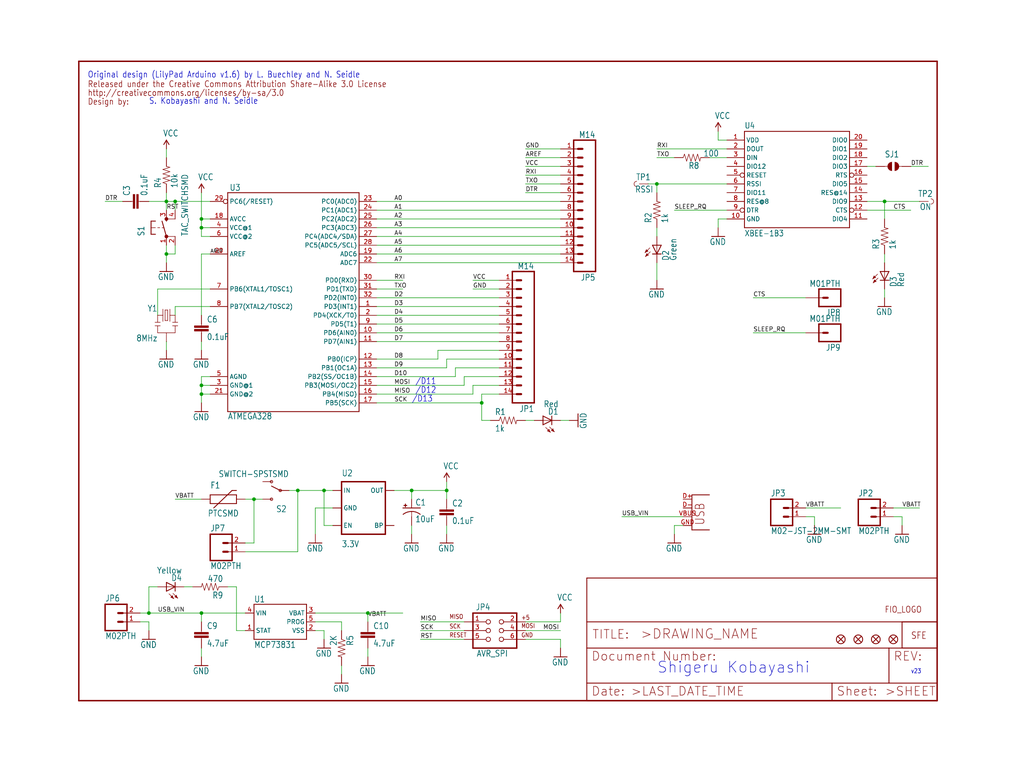
<source format=kicad_sch>
(kicad_sch (version 20211123) (generator eeschema)
  (paper "User" 297.002 223.926)
  (lib_symbols
    (symbol "eagleSchem-eagle-import:ATMEGA168"
      (property "Reference" "U" (at -17.78 -38.1 0))
      (property "Value" "ATMEGA168" (at -17.78 28.448 0))
      (symbol "ATMEGA168_1_0"
        (pin bidirectional line (at 25.4 -5.08 180) (length 5.08) (name "PD3(INT1)") (number "1"))
        (pin bidirectional line (at 25.4 -12.7 180) (length 5.08) (name "PD6(AIN0)") (number "10"))
        (pin bidirectional line (at 25.4 -15.24 180) (length 5.08) (name "PD7(AIN1)") (number "11"))
        (pin bidirectional line (at 25.4 -20.32 180) (length 5.08) (name "PB0(ICP)") (number "12"))
        (pin bidirectional line (at 25.4 -22.86 180) (length 5.08) (name "PB1(OC1A)") (number "13"))
        (pin bidirectional line (at 25.4 -25.4 180) (length 5.08) (name "PB2(SS/OC1B)") (number "14"))
        (pin bidirectional line (at 25.4 -27.94 180) (length 5.08) (name "PB3(MOSI/OC2)") (number "15"))
        (pin bidirectional line (at 25.4 -30.48 180) (length 5.08) (name "PB4(MISO)") (number "16"))
        (pin bidirectional line (at 25.4 -33.02 180) (length 5.08) (name "PB5(SCK)") (number "17"))
        (pin bidirectional line (at -22.86 20.32 0) (length 5.08) (name "AVCC") (number "18"))
        (pin bidirectional line (at 25.4 10.16 180) (length 5.08) (name "ADC6") (number "19"))
        (pin bidirectional line (at 25.4 -7.62 180) (length 5.08) (name "PD4(XCK/T0)") (number "2"))
        (pin bidirectional line (at -22.86 10.16 0) (length 5.08) (name "AREF") (number "20"))
        (pin bidirectional line (at -22.86 -30.48 0) (length 5.08) (name "GND@2") (number "21"))
        (pin bidirectional line (at 25.4 7.62 180) (length 5.08) (name "ADC7") (number "22"))
        (pin bidirectional line (at 25.4 25.4 180) (length 5.08) (name "PC0(ADC0)") (number "23"))
        (pin bidirectional line (at 25.4 22.86 180) (length 5.08) (name "PC1(ADC1)") (number "24"))
        (pin bidirectional line (at 25.4 20.32 180) (length 5.08) (name "PC2(ADC2)") (number "25"))
        (pin bidirectional line (at 25.4 17.78 180) (length 5.08) (name "PC3(ADC3)") (number "26"))
        (pin bidirectional line (at 25.4 15.24 180) (length 5.08) (name "PC4(ADC4/SDA)") (number "27"))
        (pin bidirectional line (at 25.4 12.7 180) (length 5.08) (name "PC5(ADC5/SCL)") (number "28"))
        (pin bidirectional inverted (at -22.86 25.4 0) (length 5.08) (name "PC6(/RESET)") (number "29"))
        (pin bidirectional line (at -22.86 -27.94 0) (length 5.08) (name "GND@1") (number "3"))
        (pin bidirectional line (at 25.4 2.54 180) (length 5.08) (name "PD0(RXD)") (number "30"))
        (pin bidirectional line (at 25.4 0 180) (length 5.08) (name "PD1(TXD)") (number "31"))
        (pin bidirectional line (at 25.4 -2.54 180) (length 5.08) (name "PD2(INT0)") (number "32"))
        (pin bidirectional line (at -22.86 17.78 0) (length 5.08) (name "VCC@1") (number "4"))
        (pin bidirectional line (at -22.86 -25.4 0) (length 5.08) (name "AGND") (number "5"))
        (pin bidirectional line (at -22.86 15.24 0) (length 5.08) (name "VCC@2") (number "6"))
        (pin bidirectional line (at -22.86 0 0) (length 5.08) (name "PB6(XTAL1/TOSC1)") (number "7"))
        (pin bidirectional line (at -22.86 -5.08 0) (length 5.08) (name "PB7(XTAL2/TOSC2)") (number "8"))
        (pin bidirectional line (at 25.4 -10.16 180) (length 5.08) (name "PD5(T1)") (number "9"))
      )
    )
    (symbol "eagleSchem-eagle-import:AVR_SPI_PRG_6PTH"
      (property "Reference" "J" (at -4.318 5.842 0))
      (property "Value" "AVR_SPI_PRG_6PTH" (at -4.064 -7.62 0))
      (symbol "AVR_SPI_PRG_6PTH_1_0"
        (text "+5" (at 8.89 3.048 0) (effects (font (size 1.27 1.0795)) (justify left bottom)))
        (text "GND" (at 8.89 -2.032 0) (effects (font (size 1.27 1.0795)) (justify left bottom)))
        (text "MISO" (at -11.938 3.302 0) (effects (font (size 1.27 1.0795)) (justify left bottom)))
        (text "MOSI" (at 8.89 0.635 0) (effects (font (size 1.27 1.0795)) (justify left bottom)))
        (text "RESET" (at -11.938 -2.032 0) (effects (font (size 1.27 1.0795)) (justify left bottom)))
        (text "SCK" (at -11.938 0.508 0) (effects (font (size 1.27 1.0795)) (justify left bottom)))
        (pin passive inverted (at -7.62 2.54 0) (length 7.62) (name "1") (number "1"))
        (pin passive inverted (at 10.16 2.54 180) (length 7.62) (name "2") (number "2"))
        (pin passive inverted (at -7.62 0 0) (length 7.62) (name "3") (number "3"))
        (pin passive inverted (at 10.16 0 180) (length 7.62) (name "4") (number "4"))
        (pin passive inverted (at -7.62 -2.54 0) (length 7.62) (name "5") (number "5"))
        (pin passive inverted (at 10.16 -2.54 180) (length 7.62) (name "6") (number "6"))
      )
    )
    (symbol "eagleSchem-eagle-import:CAP0402-CAP"
      (property "Reference" "C" (at 1.524 2.921 0))
      (property "Value" "CAP0402-CAP" (at 1.524 -2.159 0))
      (symbol "CAP0402-CAP_1_0"
        (pin passive line (at 0 5.08 270) (length 2.54) (name "1") (number "1"))
        (pin passive line (at 0 -2.54 90) (length 2.54) (name "2") (number "2"))
      )
    )
    (symbol "eagleSchem-eagle-import:CAP_POL1206"
      (property "Reference" "C" (at 1.016 0.635 0))
      (property "Value" "CAP_POL1206" (at 1.016 -4.191 0))
      (symbol "CAP_POL1206_1_0"
        (pin passive line (at 0 2.54 270) (length 2.54) (name "+") (number "A"))
        (pin passive line (at 0 -5.08 90) (length 2.54) (name "-") (number "C"))
      )
    )
    (symbol "eagleSchem-eagle-import:CREATIVE_COMMONS"
      (symbol "CREATIVE_COMMONS_1_0"
        (text "Design by:" (at 0 0 0) (effects (font (size 1.778 1.5113)) (justify left bottom)))
        (text "http://creativecommons.org/licenses/by-sa/3.0" (at 0 2.54 0) (effects (font (size 1.778 1.5113)) (justify left bottom)))
        (text "Released under the Creative Commons Attribution Share-Alike 3.0 License" (at 0 5.08 0) (effects (font (size 1.778 1.5113)) (justify left bottom)))
      )
    )
    (symbol "eagleSchem-eagle-import:FIDUCIAL1X2")
    (symbol "eagleSchem-eagle-import:FIO_LOGOV2"
      (symbol "FIO_LOGOV2_1_0"
        (text "FIO_LOGO" (at 0 0 0) (effects (font (size 1.778 1.5113)) (justify left bottom)))
      )
    )
    (symbol "eagleSchem-eagle-import:FRAME-LETTER"
      (symbol "FRAME-LETTER_2_0"
        (text ">DRAWING_NAME" (at 15.494 17.78 0) (effects (font (size 2.7432 2.7432)) (justify left bottom)))
        (text ">LAST_DATE_TIME" (at 12.7 1.27 0) (effects (font (size 2.54 2.54)) (justify left bottom)))
        (text ">SHEET" (at 86.36 1.27 0) (effects (font (size 2.54 2.54)) (justify left bottom)))
        (text "Date:" (at 1.27 1.27 0) (effects (font (size 2.54 2.54)) (justify left bottom)))
        (text "Document Number:" (at 1.27 11.43 0) (effects (font (size 2.54 2.54)) (justify left bottom)))
        (text "REV:" (at 88.9 11.43 0) (effects (font (size 2.54 2.54)) (justify left bottom)))
        (text "Sheet:" (at 72.39 1.27 0) (effects (font (size 2.54 2.54)) (justify left bottom)))
        (text "TITLE:" (at 1.524 17.78 0) (effects (font (size 2.54 2.54)) (justify left bottom)))
      )
    )
    (symbol "eagleSchem-eagle-import:GND" (power)
      (property "Value" "GND" (at -2.54 -2.54 0))
      (symbol "GND_1_0"
        (pin power_in line (at 0 2.54 270) (length 2.54) (name "GND") (number "1"))
      )
    )
    (symbol "eagleSchem-eagle-import:LED0603"
      (property "Reference" "LED" (at 3.556 -4.572 90))
      (property "Value" "LED0603" (at 5.715 -4.572 90))
      (symbol "LED0603_1_0"
        (pin passive line (at 0 2.54 270) (length 2.54) (name "A") (number "A"))
        (pin passive line (at 0 -5.08 90) (length 2.54) (name "C") (number "C"))
      )
    )
    (symbol "eagleSchem-eagle-import:LOGO-SFENEW"
      (symbol "LOGO-SFENEW_1_0"
        (text "SFE" (at 0 0 0) (effects (font (size 1.9304 1.6408)) (justify left bottom)))
      )
    )
    (symbol "eagleSchem-eagle-import:M01PTH"
      (property "Reference" "JP" (at -2.54 3.302 0))
      (property "Value" "M01PTH" (at -2.54 -5.08 0))
      (symbol "M01PTH_1_0"
        (pin passive line (at 7.62 0 180) (length 5.08) (name "1") (number "1"))
      )
    )
    (symbol "eagleSchem-eagle-import:M02-JST-2MM-SMT"
      (property "Reference" "JP" (at -2.54 5.842 0))
      (property "Value" "M02-JST-2MM-SMT" (at -2.54 -5.08 0))
      (symbol "M02-JST-2MM-SMT_1_0"
        (pin passive line (at 7.62 0 180) (length 5.08) (name "1") (number "1"))
        (pin passive line (at 7.62 2.54 180) (length 5.08) (name "2") (number "2"))
      )
    )
    (symbol "eagleSchem-eagle-import:M02PTH"
      (property "Reference" "JP" (at -2.54 5.842 0))
      (property "Value" "M02PTH" (at -2.54 -5.08 0))
      (symbol "M02PTH_1_0"
        (pin passive line (at 7.62 0 180) (length 5.08) (name "1") (number "1"))
        (pin passive line (at 7.62 2.54 180) (length 5.08) (name "2") (number "2"))
      )
    )
    (symbol "eagleSchem-eagle-import:M14"
      (property "Reference" "JP" (at 0 18.542 0))
      (property "Value" "M14" (at 0 -22.86 0))
      (symbol "M14_1_0"
        (pin passive line (at 10.16 -17.78 180) (length 5.08) (name "1") (number "1"))
        (pin passive line (at 10.16 5.08 180) (length 5.08) (name "10") (number "10"))
        (pin passive line (at 10.16 7.62 180) (length 5.08) (name "11") (number "11"))
        (pin passive line (at 10.16 10.16 180) (length 5.08) (name "12") (number "12"))
        (pin passive line (at 10.16 12.7 180) (length 5.08) (name "13") (number "13"))
        (pin passive line (at 10.16 15.24 180) (length 5.08) (name "14") (number "14"))
        (pin passive line (at 10.16 -15.24 180) (length 5.08) (name "2") (number "2"))
        (pin passive line (at 10.16 -12.7 180) (length 5.08) (name "3") (number "3"))
        (pin passive line (at 10.16 -10.16 180) (length 5.08) (name "4") (number "4"))
        (pin passive line (at 10.16 -7.62 180) (length 5.08) (name "5") (number "5"))
        (pin passive line (at 10.16 -5.08 180) (length 5.08) (name "6") (number "6"))
        (pin passive line (at 10.16 -2.54 180) (length 5.08) (name "7") (number "7"))
        (pin passive line (at 10.16 0 180) (length 5.08) (name "8") (number "8"))
        (pin passive line (at 10.16 2.54 180) (length 5.08) (name "9") (number "9"))
      )
    )
    (symbol "eagleSchem-eagle-import:MCP73831SMD"
      (property "Value" "MCP73831SMD" (at -7.62 -7.62 0))
      (symbol "MCP73831SMD_1_0"
        (pin output line (at -10.16 -2.54 0) (length 2.54) (name "STAT") (number "1"))
        (pin power_in line (at 10.16 -2.54 180) (length 2.54) (name "VSS") (number "2"))
        (pin power_in line (at 10.16 2.54 180) (length 2.54) (name "VBAT") (number "3"))
        (pin power_in line (at -10.16 2.54 0) (length 2.54) (name "VIN") (number "4"))
        (pin input line (at 10.16 0 180) (length 2.54) (name "PROG") (number "5"))
      )
    )
    (symbol "eagleSchem-eagle-import:PTCSMD"
      (property "Reference" "F" (at -2.54 3.048 0))
      (property "Value" "PTCSMD" (at -3.302 -5.08 0))
      (symbol "PTCSMD_1_0"
        (pin bidirectional line (at -5.08 0 0) (length 2.54) (name "1") (number "1"))
        (pin bidirectional line (at 7.62 0 180) (length 2.54) (name "2") (number "2"))
      )
    )
    (symbol "eagleSchem-eagle-import:RESISTOR0402-RES"
      (property "Reference" "R" (at -3.81 1.4986 0))
      (property "Value" "RESISTOR0402-RES" (at -3.81 -3.302 0))
      (symbol "RESISTOR0402-RES_1_0"
        (pin passive line (at -5.08 0 0) (length 2.54) (name "1") (number "1"))
        (pin passive line (at 5.08 0 180) (length 2.54) (name "2") (number "2"))
      )
    )
    (symbol "eagleSchem-eagle-import:RESONATORSMD"
      (property "Reference" "Y" (at 2.54 1.016 0))
      (property "Value" "RESONATORSMD" (at 2.54 -7.62 0))
      (symbol "RESONATORSMD_1_0"
        (pin passive line (at -2.54 0 0) (length 0) (name "1") (number "1"))
        (pin passive line (at 0 -7.62 90) (length 0) (name "2") (number "2"))
        (pin passive line (at 2.54 0 180) (length 0) (name "3") (number "3"))
      )
    )
    (symbol "eagleSchem-eagle-import:SOLDERJUMPERNC"
      (property "Reference" "SJ" (at -2.54 2.54 0))
      (symbol "SOLDERJUMPERNC_1_0"
        (pin passive line (at -5.08 0 0) (length 2.54) (name "1") (number "1"))
        (pin passive line (at 5.08 0 180) (length 2.54) (name "2") (number "2"))
      )
    )
    (symbol "eagleSchem-eagle-import:SWITCH-SPSTSMD"
      (property "Reference" "S" (at -1.905 -6.35 0))
      (property "Value" "SWITCH-SPSTSMD" (at -2.54 3.81 0))
      (symbol "SWITCH-SPSTSMD_1_0"
        (pin passive line (at 5.08 2.54 180) (length 2.54) (name "O") (number "1"))
        (pin passive line (at -2.54 0 0) (length 2.54) (name "P") (number "2"))
        (pin passive line (at 5.08 -2.54 180) (length 2.54) (name "S") (number "3"))
      )
    )
    (symbol "eagleSchem-eagle-import:TAC_SWITCHSMD"
      (property "Reference" "S" (at -2.54 6.35 0))
      (property "Value" "TAC_SWITCHSMD" (at -2.54 -6.35 0))
      (symbol "TAC_SWITCHSMD_1_0"
        (pin passive line (at -5.08 0 0) (length 2.54) (name "1") (number "1"))
        (pin passive line (at -5.08 -2.54 0) (length 2.54) (name "2") (number "2"))
        (pin passive line (at 5.08 0 180) (length 2.54) (name "3") (number "3"))
        (pin passive line (at 5.08 -2.54 180) (length 2.54) (name "4") (number "4"))
      )
    )
    (symbol "eagleSchem-eagle-import:TEST-POINT3X5"
      (property "Reference" "TP" (at -2.54 2.54 0))
      (property "Value" "TEST-POINT3X5" (at -2.54 -2.54 0))
      (symbol "TEST-POINT3X5_1_0"
        (pin bidirectional line (at 0 0 180) (length 0) (name "1") (number "P$1"))
      )
    )
    (symbol "eagleSchem-eagle-import:USBSMD"
      (symbol "USBSMD_1_0"
        (text "USB" (at 3.81 0 900) (effects (font (size 2.54 2.159)) (justify left bottom)))
        (pin bidirectional line (at -2.54 7.62 0) (length 2.54) (name "D+") (number "D+"))
        (pin bidirectional line (at -2.54 5.08 0) (length 2.54) (name "D-") (number "D-"))
        (pin bidirectional line (at -2.54 0 0) (length 2.54) (name "GND") (number "GND"))
        (pin bidirectional line (at -2.54 2.54 0) (length 2.54) (name "VBUS") (number "VBUS"))
      )
    )
    (symbol "eagleSchem-eagle-import:VCC" (power)
      (property "Value" "VCC" (at -1.016 3.556 0))
      (symbol "VCC_1_0"
        (pin power_in line (at 0 0 90) (length 2.54) (name "VCC") (number "1"))
      )
    )
    (symbol "eagleSchem-eagle-import:V_REG_LDOSMD"
      (property "Reference" "U" (at -7.62 9.144 0))
      (property "Value" "V_REG_LDOSMD" (at -7.62 -11.43 0))
      (symbol "V_REG_LDOSMD_1_0"
        (pin input line (at -10.16 5.08 0) (length 2.54) (name "IN") (number "1"))
        (pin input line (at -10.16 0 0) (length 2.54) (name "GND") (number "2"))
        (pin input line (at -10.16 -5.08 0) (length 2.54) (name "EN") (number "3"))
        (pin input line (at 7.62 -5.08 180) (length 2.54) (name "BP") (number "4"))
        (pin passive line (at 7.62 5.08 180) (length 2.54) (name "OUT") (number "5"))
      )
    )
    (symbol "eagleSchem-eagle-import:XBEE-1B3"
      (property "Value" "XBEE-1B3" (at -15.24 -17.78 0))
      (symbol "XBEE-1B3_1_0"
        (pin power_in line (at -20.32 10.16 0) (length 5.08) (name "VDD") (number "1"))
        (pin power_in line (at -20.32 -12.7 0) (length 5.08) (name "GND") (number "10"))
        (pin bidirectional line (at 20.32 -12.7 180) (length 5.08) (name "DIO4") (number "11"))
        (pin output inverted (at 20.32 -10.16 180) (length 5.08) (name "CTS") (number "12"))
        (pin bidirectional line (at 20.32 -7.62 180) (length 5.08) (name "DIO9") (number "13"))
        (pin bidirectional line (at 20.32 -5.08 180) (length 5.08) (name "RES@14") (number "14"))
        (pin bidirectional line (at 20.32 -2.54 180) (length 5.08) (name "DIO5") (number "15"))
        (pin input inverted (at 20.32 0 180) (length 5.08) (name "RTS") (number "16"))
        (pin bidirectional line (at 20.32 2.54 180) (length 5.08) (name "DIO3") (number "17"))
        (pin bidirectional line (at 20.32 5.08 180) (length 5.08) (name "DIO2") (number "18"))
        (pin bidirectional line (at 20.32 7.62 180) (length 5.08) (name "DIO1") (number "19"))
        (pin output line (at -20.32 7.62 0) (length 5.08) (name "DOUT") (number "2"))
        (pin bidirectional line (at 20.32 10.16 180) (length 5.08) (name "DIO0") (number "20"))
        (pin input line (at -20.32 5.08 0) (length 5.08) (name "DIN") (number "3"))
        (pin bidirectional line (at -20.32 2.54 0) (length 5.08) (name "DIO12") (number "4"))
        (pin input inverted (at -20.32 0 0) (length 5.08) (name "RESET") (number "5"))
        (pin bidirectional line (at -20.32 -2.54 0) (length 5.08) (name "RSSI") (number "6"))
        (pin bidirectional line (at -20.32 -5.08 0) (length 5.08) (name "DIO11") (number "7"))
        (pin bidirectional line (at -20.32 -7.62 0) (length 5.08) (name "RES@8") (number "8"))
        (pin bidirectional inverted (at -20.32 -10.16 0) (length 5.08) (name "DTR") (number "9"))
      )
    )
  )
  (junction (at 256.54 58.42))
  (junction (at 190.5 53.34))
  (junction (at 43.18 177.8))
  (junction (at 93.98 142.24))
  (junction (at 48.26 58.42))
  (junction (at 58.42 114.3))
  (junction (at 58.42 111.76))
  (junction (at 129.54 142.24))
  (junction (at 73.66 144.78))
  (junction (at 58.42 66.04))
  (junction (at 48.26 73.66))
  (junction (at 86.36 142.24))
  (junction (at 106.68 177.8))
  (junction (at 50.8 58.42))
  (junction (at 58.42 177.8))
  (junction (at 58.42 63.5))
  (junction (at 119.38 142.24))
  (junction (at 139.7 116.84))
  (wire (pts (xy 162.56 66.04) (xy 109.22 66.04)))
  (wire (pts (xy 256.54 83.82) (xy 256.54 86.36)))
  (wire (pts (xy 190.5 76.2) (xy 190.5 81.28)))
  (wire (pts (xy 256.54 58.42) (xy 251.46 58.42)))
  (wire (pts (xy 91.44 182.88) (xy 93.98 182.88)))
  (wire (pts (xy 129.54 106.68) (xy 109.22 106.68)))
  (wire (pts (xy 162.56 185.42) (xy 162.56 187.96)))
  (wire (pts (xy 162.56 50.8) (xy 152.4 50.8)))
  (wire (pts (xy 68.58 182.88) (xy 68.58 170.18)))
  (wire (pts (xy 48.26 73.66) (xy 48.26 76.2)))
  (wire (pts (xy 50.8 60.96) (xy 50.8 58.42)))
  (wire (pts (xy 134.62 185.42) (xy 121.92 185.42)))
  (wire (pts (xy 208.28 66.04) (xy 208.28 63.5)))
  (wire (pts (xy 73.66 157.48) (xy 73.66 144.78)))
  (wire (pts (xy 58.42 63.5) (xy 58.42 55.88)))
  (wire (pts (xy 195.58 45.72) (xy 190.5 45.72)))
  (wire (pts (xy 256.54 73.66) (xy 256.54 76.2)))
  (wire (pts (xy 137.16 114.3) (xy 137.16 111.76)))
  (wire (pts (xy 144.78 99.06) (xy 109.22 99.06)))
  (wire (pts (xy 251.46 48.26) (xy 254 48.26)))
  (wire (pts (xy 83.82 142.24) (xy 86.36 142.24)))
  (wire (pts (xy 195.58 152.4) (xy 195.58 154.94)))
  (wire (pts (xy 86.36 142.24) (xy 93.98 142.24)))
  (wire (pts (xy 96.52 152.4) (xy 93.98 152.4)))
  (wire (pts (xy 55.88 170.18) (xy 53.34 170.18)))
  (wire (pts (xy 144.78 91.44) (xy 109.22 91.44)))
  (wire (pts (xy 259.08 149.86) (xy 261.62 149.86)))
  (wire (pts (xy 129.54 154.94) (xy 129.54 152.4)))
  (wire (pts (xy 162.56 58.42) (xy 109.22 58.42)))
  (wire (pts (xy 210.82 40.64) (xy 208.28 40.64)))
  (wire (pts (xy 58.42 187.96) (xy 58.42 190.5)))
  (wire (pts (xy 71.12 144.78) (xy 73.66 144.78)))
  (wire (pts (xy 162.56 121.92) (xy 165.1 121.92)))
  (wire (pts (xy 210.82 60.96) (xy 195.58 60.96)))
  (wire (pts (xy 58.42 109.22) (xy 58.42 111.76)))
  (wire (pts (xy 50.8 73.66) (xy 48.26 73.66)))
  (wire (pts (xy 139.7 121.92) (xy 142.24 121.92)))
  (wire (pts (xy 48.26 99.06) (xy 48.26 101.6)))
  (wire (pts (xy 129.54 139.7) (xy 129.54 142.24)))
  (wire (pts (xy 40.64 177.8) (xy 43.18 177.8)))
  (wire (pts (xy 144.78 114.3) (xy 139.7 114.3)))
  (wire (pts (xy 139.7 116.84) (xy 139.7 121.92)))
  (wire (pts (xy 60.96 68.58) (xy 58.42 68.58)))
  (wire (pts (xy 162.56 63.5) (xy 109.22 63.5)))
  (wire (pts (xy 152.4 121.92) (xy 154.94 121.92)))
  (wire (pts (xy 43.18 180.34) (xy 43.18 182.88)))
  (wire (pts (xy 137.16 111.76) (xy 144.78 111.76)))
  (wire (pts (xy 58.42 111.76) (xy 58.42 114.3)))
  (wire (pts (xy 40.64 180.34) (xy 43.18 180.34)))
  (wire (pts (xy 91.44 147.32) (xy 96.52 147.32)))
  (wire (pts (xy 187.96 53.34) (xy 190.5 53.34)))
  (wire (pts (xy 35.56 58.42) (xy 30.48 58.42)))
  (wire (pts (xy 198.12 152.4) (xy 195.58 152.4)))
  (wire (pts (xy 208.28 63.5) (xy 210.82 63.5)))
  (wire (pts (xy 119.38 142.24) (xy 119.38 144.78)))
  (wire (pts (xy 43.18 58.42) (xy 48.26 58.42)))
  (wire (pts (xy 190.5 68.58) (xy 190.5 66.04)))
  (wire (pts (xy 198.12 149.86) (xy 180.34 149.86)))
  (wire (pts (xy 162.56 53.34) (xy 152.4 53.34)))
  (wire (pts (xy 93.98 152.4) (xy 93.98 142.24)))
  (wire (pts (xy 109.22 111.76) (xy 134.62 111.76)))
  (wire (pts (xy 60.96 63.5) (xy 58.42 63.5)))
  (wire (pts (xy 129.54 106.68) (xy 129.54 104.14)))
  (wire (pts (xy 99.06 195.58) (xy 99.06 193.04)))
  (wire (pts (xy 264.16 48.26) (xy 269.24 48.26)))
  (wire (pts (xy 50.8 58.42) (xy 60.96 58.42)))
  (wire (pts (xy 162.56 177.8) (xy 162.56 180.34)))
  (wire (pts (xy 71.12 157.48) (xy 73.66 157.48)))
  (wire (pts (xy 50.8 88.9) (xy 60.96 88.9)))
  (wire (pts (xy 109.22 81.28) (xy 116.84 81.28)))
  (wire (pts (xy 106.68 177.8) (xy 116.84 177.8)))
  (wire (pts (xy 243.84 147.32) (xy 233.68 147.32)))
  (wire (pts (xy 208.28 40.64) (xy 208.28 38.1)))
  (wire (pts (xy 114.3 142.24) (xy 119.38 142.24)))
  (wire (pts (xy 152.4 182.88) (xy 162.56 182.88)))
  (wire (pts (xy 91.44 154.94) (xy 91.44 147.32)))
  (wire (pts (xy 60.96 66.04) (xy 58.42 66.04)))
  (wire (pts (xy 129.54 142.24) (xy 129.54 144.78)))
  (wire (pts (xy 261.62 149.86) (xy 261.62 152.4)))
  (wire (pts (xy 50.8 71.12) (xy 50.8 73.66)))
  (wire (pts (xy 132.08 109.22) (xy 132.08 106.68)))
  (wire (pts (xy 58.42 66.04) (xy 58.42 63.5)))
  (wire (pts (xy 93.98 182.88) (xy 93.98 185.42)))
  (wire (pts (xy 190.5 53.34) (xy 210.82 53.34)))
  (wire (pts (xy 45.72 83.82) (xy 60.96 83.82)))
  (wire (pts (xy 152.4 180.34) (xy 162.56 180.34)))
  (wire (pts (xy 139.7 114.3) (xy 139.7 116.84)))
  (wire (pts (xy 109.22 73.66) (xy 162.56 73.66)))
  (wire (pts (xy 43.18 177.8) (xy 58.42 177.8)))
  (wire (pts (xy 233.68 96.52) (xy 218.44 96.52)))
  (wire (pts (xy 48.26 55.88) (xy 48.26 58.42)))
  (wire (pts (xy 256.54 63.5) (xy 256.54 58.42)))
  (wire (pts (xy 109.22 114.3) (xy 137.16 114.3)))
  (wire (pts (xy 71.12 160.02) (xy 86.36 160.02)))
  (wire (pts (xy 58.42 177.8) (xy 71.12 177.8)))
  (wire (pts (xy 162.56 68.58) (xy 109.22 68.58)))
  (wire (pts (xy 162.56 55.88) (xy 152.4 55.88)))
  (wire (pts (xy 99.06 180.34) (xy 99.06 182.88)))
  (wire (pts (xy 58.42 180.34) (xy 58.42 177.8)))
  (wire (pts (xy 109.22 116.84) (xy 139.7 116.84)))
  (wire (pts (xy 251.46 60.96) (xy 264.16 60.96)))
  (wire (pts (xy 162.56 43.18) (xy 152.4 43.18)))
  (wire (pts (xy 109.22 76.2) (xy 162.56 76.2)))
  (wire (pts (xy 129.54 104.14) (xy 144.78 104.14)))
  (wire (pts (xy 86.36 160.02) (xy 86.36 142.24)))
  (wire (pts (xy 58.42 101.6) (xy 58.42 99.06)))
  (wire (pts (xy 190.5 43.18) (xy 210.82 43.18)))
  (wire (pts (xy 162.56 48.26) (xy 152.4 48.26)))
  (wire (pts (xy 45.72 170.18) (xy 43.18 170.18)))
  (wire (pts (xy 162.56 60.96) (xy 109.22 60.96)))
  (wire (pts (xy 266.7 58.42) (xy 256.54 58.42)))
  (wire (pts (xy 58.42 91.44) (xy 58.42 73.66)))
  (wire (pts (xy 68.58 170.18) (xy 66.04 170.18)))
  (wire (pts (xy 60.96 73.66) (xy 58.42 73.66)))
  (wire (pts (xy 144.78 96.52) (xy 109.22 96.52)))
  (wire (pts (xy 45.72 91.44) (xy 45.72 83.82)))
  (wire (pts (xy 162.56 71.12) (xy 109.22 71.12)))
  (wire (pts (xy 48.26 45.72) (xy 48.26 43.18)))
  (wire (pts (xy 58.42 68.58) (xy 58.42 66.04)))
  (wire (pts (xy 134.62 111.76) (xy 134.62 109.22)))
  (wire (pts (xy 93.98 142.24) (xy 96.52 142.24)))
  (wire (pts (xy 60.96 109.22) (xy 58.42 109.22)))
  (wire (pts (xy 152.4 185.42) (xy 162.56 185.42)))
  (wire (pts (xy 91.44 177.8) (xy 106.68 177.8)))
  (wire (pts (xy 50.8 58.42) (xy 48.26 58.42)))
  (wire (pts (xy 259.08 147.32) (xy 266.7 147.32)))
  (wire (pts (xy 233.68 149.86) (xy 236.22 149.86)))
  (wire (pts (xy 144.78 93.98) (xy 109.22 93.98)))
  (wire (pts (xy 132.08 106.68) (xy 144.78 106.68)))
  (wire (pts (xy 127 104.14) (xy 109.22 104.14)))
  (wire (pts (xy 48.26 71.12) (xy 48.26 73.66)))
  (wire (pts (xy 134.62 180.34) (xy 121.92 180.34)))
  (wire (pts (xy 162.56 45.72) (xy 152.4 45.72)))
  (wire (pts (xy 43.18 170.18) (xy 43.18 177.8)))
  (wire (pts (xy 236.22 149.86) (xy 236.22 152.4)))
  (wire (pts (xy 144.78 88.9) (xy 109.22 88.9)))
  (wire (pts (xy 60.96 111.76) (xy 58.42 111.76)))
  (wire (pts (xy 132.08 109.22) (xy 109.22 109.22)))
  (wire (pts (xy 233.68 86.36) (xy 218.44 86.36)))
  (wire (pts (xy 60.96 114.3) (xy 58.42 114.3)))
  (wire (pts (xy 210.82 45.72) (xy 205.74 45.72)))
  (wire (pts (xy 137.16 83.82) (xy 144.78 83.82)))
  (wire (pts (xy 73.66 144.78) (xy 76.2 144.78)))
  (wire (pts (xy 91.44 180.34) (xy 99.06 180.34)))
  (wire (pts (xy 144.78 86.36) (xy 109.22 86.36)))
  (wire (pts (xy 48.26 58.42) (xy 48.26 60.96)))
  (wire (pts (xy 134.62 109.22) (xy 144.78 109.22)))
  (wire (pts (xy 71.12 182.88) (xy 68.58 182.88)))
  (wire (pts (xy 58.42 114.3) (xy 58.42 116.84)))
  (wire (pts (xy 137.16 81.28) (xy 144.78 81.28)))
  (wire (pts (xy 106.68 190.5) (xy 106.68 187.96)))
  (wire (pts (xy 119.38 142.24) (xy 129.54 142.24)))
  (wire (pts (xy 58.42 144.78) (xy 50.8 144.78)))
  (wire (pts (xy 106.68 180.34) (xy 106.68 177.8)))
  (wire (pts (xy 109.22 83.82) (xy 116.84 83.82)))
  (wire (pts (xy 190.5 55.88) (xy 190.5 53.34)))
  (wire (pts (xy 127 101.6) (xy 144.78 101.6)))
  (wire (pts (xy 50.8 91.44) (xy 50.8 88.9)))
  (wire (pts (xy 119.38 154.94) (xy 119.38 152.4)))
  (wire (pts (xy 127 104.14) (xy 127 101.6)))
  (wire (pts (xy 134.62 182.88) (xy 121.92 182.88)))
  (text "Original design (LilyPad Arduino v1.6) by L. Buechley and N. Seidle" (at 25.4 22.86 0) (effects (font (size 1.778 1.5113)) (justify left bottom)))
  (text "/D13" (at 119.38 116.84 180) (effects (font (size 1.778 1.5113)) (justify left bottom)))
  (text "v23" (at 264.16 195.58 180) (effects (font (size 1.27 1.0795)) (justify left bottom)))
  (text "/D11" (at 120.396 111.76 180) (effects (font (size 1.778 1.5113)) (justify left bottom)))
  (text "/D12" (at 120.396 114.3 180) (effects (font (size 1.778 1.5113)) (justify left bottom)))
  (text "S. Kobayashi and N. Seidle" (at 43.18 30.48 180) (effects (font (size 1.778 1.5113)) (justify left bottom)))
  (text "Shigeru Kobayashi" (at 190.5 195.58 180) (effects (font (size 3.175 3.175)) (justify left bottom)))
  (label "GND" (at 137.16 83.82 0) (effects (font (size 1.2446 1.2446))))
  (label "USB_VIN" (at 45.72 177.8 0) (effects (font (size 1.2446 1.2446))))
  (label "GND" (at 152.4 43.18 0) (effects (font (size 1.2446 1.2446))))
  (label "TXO" (at 114.3 83.82 0) (effects (font (size 1.2446 1.2446))))
  (label "DTR" (at 30.48 58.42 0) (effects (font (size 1.2446 1.2446))))
  (label "TXO" (at 152.4 53.34 0) (effects (font (size 1.2446 1.2446))))
  (label "VCC" (at 152.4 48.26 0) (effects (font (size 1.2446 1.2446))))
  (label "D6" (at 114.3 96.52 0) (effects (font (size 1.2446 1.2446))))
  (label "DTR" (at 152.4 55.88 0) (effects (font (size 1.2446 1.2446))))
  (label "A5" (at 114.3 71.12 0) (effects (font (size 1.2446 1.2446))))
  (label "RXI" (at 152.4 50.8 0) (effects (font (size 1.2446 1.2446))))
  (label "VBATT" (at 261.62 147.32 0) (effects (font (size 1.2446 1.2446))))
  (label "MOSI" (at 114.3 111.76 0) (effects (font (size 1.2446 1.2446))))
  (label "A0" (at 114.3 58.42 0) (effects (font (size 1.2446 1.2446))))
  (label "A7" (at 114.3 76.2 0) (effects (font (size 1.2446 1.2446))))
  (label "D8" (at 114.3 104.14 0) (effects (font (size 1.2446 1.2446))))
  (label "A1" (at 114.3 60.96 0) (effects (font (size 1.2446 1.2446))))
  (label "A4" (at 114.3 68.58 0) (effects (font (size 1.2446 1.2446))))
  (label "SCK" (at 114.3 116.84 0) (effects (font (size 1.2446 1.2446))))
  (label "VBATT" (at 233.68 147.32 0) (effects (font (size 1.2446 1.2446))))
  (label "A2" (at 114.3 63.5 0) (effects (font (size 1.2446 1.2446))))
  (label "D2" (at 114.3 86.36 0) (effects (font (size 1.2446 1.2446))))
  (label "SLEEP_RQ" (at 218.44 96.52 0) (effects (font (size 1.2446 1.2446))))
  (label "D4" (at 114.3 91.44 0) (effects (font (size 1.2446 1.2446))))
  (label "AREF" (at 152.4 45.72 0) (effects (font (size 1.2446 1.2446))))
  (label "D5" (at 114.3 93.98 0) (effects (font (size 1.2446 1.2446))))
  (label "A6" (at 114.3 73.66 0) (effects (font (size 1.2446 1.2446))))
  (label "D7" (at 114.3 99.06 0) (effects (font (size 1.2446 1.2446))))
  (label "CTS" (at 218.44 86.36 0) (effects (font (size 1.2446 1.2446))))
  (label "VBATT" (at 50.8 144.78 0) (effects (font (size 1.2446 1.2446))))
  (label "MISO" (at 114.3 114.3 0) (effects (font (size 1.2446 1.2446))))
  (label "DTR" (at 264.16 48.26 0) (effects (font (size 1.2446 1.2446))))
  (label "TXO" (at 190.5 45.72 0) (effects (font (size 1.2446 1.2446))))
  (label "D9" (at 114.3 106.68 0) (effects (font (size 1.2446 1.2446))))
  (label "SLEEP_RQ" (at 195.58 60.96 0) (effects (font (size 1.2446 1.2446))))
  (label "RST" (at 48.26 60.96 0) (effects (font (size 1.2446 1.2446))))
  (label "A3" (at 114.3 66.04 0) (effects (font (size 1.2446 1.2446))))
  (label "VCC" (at 137.16 81.28 0) (effects (font (size 1.2446 1.2446))))
  (label "RXI" (at 190.5 43.18 0) (effects (font (size 1.2446 1.2446))))
  (label "VBATT" (at 106.68 179.07 0) (effects (font (size 1.2446 1.2446))))
  (label "MISO" (at 121.92 180.34 0) (effects (font (size 1.2446 1.2446))))
  (label "AREF" (at 60.96 73.66 0) (effects (font (size 1.016 1.016))))
  (label "SCK" (at 121.92 182.88 0) (effects (font (size 1.2446 1.2446))))
  (label "USB_VIN" (at 180.34 149.86 0) (effects (font (size 1.2446 1.2446))))
  (label "RST" (at 121.92 185.42 0) (effects (font (size 1.2446 1.2446))))
  (label "RXI" (at 114.3 81.28 0) (effects (font (size 1.2446 1.2446))))
  (label "MOSI" (at 157.48 182.88 0) (effects (font (size 1.2446 1.2446))))
  (label "CTS" (at 259.08 60.96 0) (effects (font (size 1.2446 1.2446))))
  (label "D3" (at 114.3 88.9 0) (effects (font (size 1.2446 1.2446))))
  (label "D10" (at 114.3 109.22 0) (effects (font (size 1.2446 1.2446))))
  (symbol (lib_id "eagleSchem-eagle-import:RESISTOR0402-RES") (at 48.26 50.8 90) (unit 1)
    (property "Reference" "R4" (at 46.7614 54.61 0) (effects (font (size 1.778 1.5113)) (justify left bottom)))
    (property "Value" "10k" (at 51.562 54.61 0) (effects (font (size 1.778 1.5113)) (justify left bottom)))
    (property "Footprint" "eagleSchem:0402-RES" (effects hide))
  )
  (symbol (lib_id "eagleSchem-eagle-import:GND") (at 256.54 88.9 0) (unit 1)
    (property "Reference" "#GND11" (effects hide))
    (property "Value" "GND" (at 254 91.44 0) (effects (font (size 1.778 1.5113)) (justify left bottom)))
    (property "Footprint" "eagleSchem:" (effects hide))
  )
  (symbol (lib_id "eagleSchem-eagle-import:GND") (at 190.5 83.82 0) (unit 1)
    (property "Reference" "#GND16" (effects hide))
    (property "Value" "GND" (at 187.96 86.36 0) (effects (font (size 1.778 1.5113)) (justify left bottom)))
    (property "Footprint" "eagleSchem:" (effects hide))
  )
  (symbol (lib_id "eagleSchem-eagle-import:GND") (at 58.42 119.38 0) (unit 1)
    (property "Reference" "#GND5" (effects hide))
    (property "Value" "GND" (at 55.88 121.92 0) (effects (font (size 1.778 1.5113)) (justify left bottom)))
    (property "Footprint" "eagleSchem:" (effects hide))
  )
  (symbol (lib_id "eagleSchem-eagle-import:GND") (at 261.62 154.94 0) (unit 1)
    (property "Reference" "#GND4" (effects hide))
    (property "Value" "GND" (at 259.08 157.48 0) (effects (font (size 1.778 1.5113)) (justify left bottom)))
    (property "Footprint" "eagleSchem:" (effects hide))
  )
  (symbol (lib_id "eagleSchem-eagle-import:GND") (at 119.38 157.48 0) (unit 1)
    (property "Reference" "#GND12" (effects hide))
    (property "Value" "GND" (at 116.84 160.02 0) (effects (font (size 1.778 1.5113)) (justify left bottom)))
    (property "Footprint" "eagleSchem:" (effects hide))
  )
  (symbol (lib_id "eagleSchem-eagle-import:M14") (at 172.72 60.96 180) (unit 1)
    (property "Reference" "JP5" (at 172.72 79.502 0) (effects (font (size 1.778 1.5113)) (justify left bottom)))
    (property "Value" "M14" (at 172.72 38.1 0) (effects (font (size 1.778 1.5113)) (justify left bottom)))
    (property "Footprint" "eagleSchem:1X14" (effects hide))
  )
  (symbol (lib_id "eagleSchem-eagle-import:GND") (at 48.26 78.74 0) (unit 1)
    (property "Reference" "#GND6" (effects hide))
    (property "Value" "GND" (at 45.72 81.28 0) (effects (font (size 1.778 1.5113)) (justify left bottom)))
    (property "Footprint" "eagleSchem:" (effects hide))
  )
  (symbol (lib_id "eagleSchem-eagle-import:GND") (at 208.28 68.58 0) (unit 1)
    (property "Reference" "#GND9" (effects hide))
    (property "Value" "GND" (at 205.74 71.12 0) (effects (font (size 1.778 1.5113)) (justify left bottom)))
    (property "Footprint" "eagleSchem:" (effects hide))
  )
  (symbol (lib_id "eagleSchem-eagle-import:M02PTH") (at 63.5 160.02 0) (unit 1)
    (property "Reference" "JP7" (at 60.96 154.178 0) (effects (font (size 1.778 1.5113)) (justify left bottom)))
    (property "Value" "M02PTH" (at 60.96 165.1 0) (effects (font (size 1.778 1.5113)) (justify left bottom)))
    (property "Footprint" "eagleSchem:1X02" (effects hide))
  )
  (symbol (lib_id "eagleSchem-eagle-import:CAP0402-CAP") (at 106.68 185.42 0) (unit 1)
    (property "Reference" "C10" (at 108.204 182.499 0) (effects (font (size 1.778 1.5113)) (justify left bottom)))
    (property "Value" "4.7uF" (at 108.204 187.579 0) (effects (font (size 1.778 1.5113)) (justify left bottom)))
    (property "Footprint" "eagleSchem:0402-CAP" (effects hide))
  )
  (symbol (lib_id "eagleSchem-eagle-import:VCC") (at 58.42 55.88 0) (unit 1)
    (property "Reference" "#P+3" (effects hide))
    (property "Value" "VCC" (at 57.404 52.324 0) (effects (font (size 1.778 1.5113)) (justify left bottom)))
    (property "Footprint" "eagleSchem:" (effects hide))
  )
  (symbol (lib_id "eagleSchem-eagle-import:RESISTOR0402-RES") (at 200.66 45.72 0) (unit 1)
    (property "Reference" "R8" (at 199.644 49.022 0) (effects (font (size 1.778 1.5113)) (justify left bottom)))
    (property "Value" "100" (at 203.962 45.466 0) (effects (font (size 1.778 1.5113)) (justify left bottom)))
    (property "Footprint" "eagleSchem:0402-RES" (effects hide))
  )
  (symbol (lib_id "eagleSchem-eagle-import:MCP73831SMD") (at 81.28 180.34 0) (unit 1)
    (property "Reference" "U1" (at 73.66 174.752 0) (effects (font (size 1.778 1.5113)) (justify left bottom)))
    (property "Value" "MCP73831" (at 73.66 187.96 0) (effects (font (size 1.778 1.5113)) (justify left bottom)))
    (property "Footprint" "eagleSchem:SOT23-5" (effects hide))
  )
  (symbol (lib_id "eagleSchem-eagle-import:GND") (at 162.56 190.5 0) (unit 1)
    (property "Reference" "#GND1" (effects hide))
    (property "Value" "GND" (at 160.02 193.04 0) (effects (font (size 1.778 1.5113)) (justify left bottom)))
    (property "Footprint" "eagleSchem:" (effects hide))
  )
  (symbol (lib_id "eagleSchem-eagle-import:TEST-POINT3X5") (at 187.96 53.34 180) (unit 1)
    (property "Reference" "TP1" (at 184.404 52.324 0) (effects (font (size 1.778 1.5113)) (justify right top)))
    (property "Value" "RSSI" (at 184.15 55.88 0) (effects (font (size 1.778 1.5113)) (justify right top)))
    (property "Footprint" "eagleSchem:PAD.03X.05" (effects hide))
  )
  (symbol (lib_id "eagleSchem-eagle-import:GND") (at 43.18 185.42 0) (unit 1)
    (property "Reference" "#GND10" (effects hide))
    (property "Value" "GND" (at 40.64 187.96 0) (effects (font (size 1.778 1.5113)) (justify left bottom)))
    (property "Footprint" "eagleSchem:" (effects hide))
  )
  (symbol (lib_id "eagleSchem-eagle-import:GND") (at 106.68 193.04 0) (unit 1)
    (property "Reference" "#GND20" (effects hide))
    (property "Value" "GND" (at 104.14 195.58 0) (effects (font (size 1.778 1.5113)) (justify left bottom)))
    (property "Footprint" "eagleSchem:" (effects hide))
  )
  (symbol (lib_id "eagleSchem-eagle-import:M02PTH") (at 251.46 149.86 0) (unit 1)
    (property "Reference" "JP2" (at 248.92 144.018 0) (effects (font (size 1.778 1.5113)) (justify left bottom)))
    (property "Value" "M02PTH" (at 248.92 154.94 0) (effects (font (size 1.778 1.5113)) (justify left bottom)))
    (property "Footprint" "eagleSchem:1X02" (effects hide))
  )
  (symbol (lib_id "eagleSchem-eagle-import:CAP_POL1206") (at 119.38 147.32 0) (unit 1)
    (property "Reference" "C1" (at 120.396 146.685 0) (effects (font (size 1.778 1.5113)) (justify left bottom)))
    (property "Value" "10uF" (at 120.396 151.511 0) (effects (font (size 1.778 1.5113)) (justify left bottom)))
    (property "Footprint" "eagleSchem:EIA3216" (effects hide))
  )
  (symbol (lib_id "eagleSchem-eagle-import:SWITCH-SPSTSMD") (at 81.28 142.24 0) (mirror y) (unit 1)
    (property "Reference" "S2" (at 83.185 148.59 0) (effects (font (size 1.778 1.5113)) (justify left bottom)))
    (property "Value" "SWITCH-SPSTSMD" (at 83.82 138.43 0) (effects (font (size 1.778 1.5113)) (justify left bottom)))
    (property "Footprint" "eagleSchem:AYZ0202" (effects hide))
  )
  (symbol (lib_id "eagleSchem-eagle-import:TEST-POINT3X5") (at 266.7 58.42 0) (unit 1)
    (property "Reference" "TP2" (at 266.192 57.15 0) (effects (font (size 1.778 1.5113)) (justify left bottom)))
    (property "Value" "ON" (at 266.7 60.96 0) (effects (font (size 1.778 1.5113)) (justify left bottom)))
    (property "Footprint" "eagleSchem:PAD.03X.05" (effects hide))
  )
  (symbol (lib_id "eagleSchem-eagle-import:FIDUCIAL1X2") (at 259.08 185.42 0) (unit 1)
    (property "Reference" "U$4" (effects hide))
    (property "Value" "FIDUCIAL1X2" (effects hide))
    (property "Footprint" "eagleSchem:FIDUCIAL-1X2" (effects hide))
  )
  (symbol (lib_id "eagleSchem-eagle-import:LOGO-SFENEW") (at 264.16 185.42 0) (unit 1)
    (property "Reference" "U$1" (effects hide))
    (property "Value" "LOGO-SFENEW" (effects hide))
    (property "Footprint" "eagleSchem:SFE-NEW-WEBLOGO" (effects hide))
  )
  (symbol (lib_id "eagleSchem-eagle-import:GND") (at 236.22 154.94 0) (unit 1)
    (property "Reference" "#GND3" (effects hide))
    (property "Value" "GND" (at 233.68 157.48 0) (effects (font (size 1.778 1.5113)) (justify left bottom)))
    (property "Footprint" "eagleSchem:" (effects hide))
  )
  (symbol (lib_id "eagleSchem-eagle-import:LED0603") (at 157.48 121.92 90) (unit 1)
    (property "Reference" "D1" (at 162.052 118.364 90) (effects (font (size 1.778 1.5113)) (justify left bottom)))
    (property "Value" "Red" (at 162.052 116.205 90) (effects (font (size 1.778 1.5113)) (justify left bottom)))
    (property "Footprint" "eagleSchem:LED-0603" (effects hide))
  )
  (symbol (lib_id "eagleSchem-eagle-import:V_REG_LDOSMD") (at 106.68 147.32 0) (unit 1)
    (property "Reference" "U2" (at 99.06 138.176 0) (effects (font (size 1.778 1.5113)) (justify left bottom)))
    (property "Value" "3.3V" (at 99.06 158.75 0) (effects (font (size 1.778 1.5113)) (justify left bottom)))
    (property "Footprint" "eagleSchem:SOT23-5" (effects hide))
  )
  (symbol (lib_id "eagleSchem-eagle-import:GND") (at 129.54 157.48 0) (unit 1)
    (property "Reference" "#GND7" (effects hide))
    (property "Value" "GND" (at 127 160.02 0) (effects (font (size 1.778 1.5113)) (justify left bottom)))
    (property "Footprint" "eagleSchem:" (effects hide))
  )
  (symbol (lib_id "eagleSchem-eagle-import:PTCSMD") (at 63.5 144.78 0) (unit 1)
    (property "Reference" "F1" (at 60.96 141.732 0) (effects (font (size 1.778 1.5113)) (justify left bottom)))
    (property "Value" "PTCSMD" (at 60.198 149.86 0) (effects (font (size 1.778 1.5113)) (justify left bottom)))
    (property "Footprint" "eagleSchem:PTC-1206" (effects hide))
  )
  (symbol (lib_id "eagleSchem-eagle-import:RESONATORSMD") (at 48.26 91.44 0) (mirror y) (unit 1)
    (property "Reference" "Y1" (at 45.72 90.424 0) (effects (font (size 1.778 1.5113)) (justify left bottom)))
    (property "Value" "8MHz" (at 45.72 99.06 0) (effects (font (size 1.778 1.5113)) (justify left bottom)))
    (property "Footprint" "eagleSchem:RESONATOR-SMD" (effects hide))
  )
  (symbol (lib_id "eagleSchem-eagle-import:M02-JST-2MM-SMT") (at 226.06 149.86 0) (unit 1)
    (property "Reference" "JP3" (at 223.52 144.018 0) (effects (font (size 1.778 1.5113)) (justify left bottom)))
    (property "Value" "M02-JST-2MM-SMT" (at 223.52 154.94 0) (effects (font (size 1.778 1.5113)) (justify left bottom)))
    (property "Footprint" "eagleSchem:JST-2-SMD" (effects hide))
  )
  (symbol (lib_id "eagleSchem-eagle-import:ATMEGA168") (at 83.82 83.82 0) (unit 1)
    (property "Reference" "U3" (at 66.548 55.372 0) (effects (font (size 1.778 1.5113)) (justify left bottom)))
    (property "Value" "ATMEGA328" (at 66.04 121.666 0) (effects (font (size 1.778 1.5113)) (justify left bottom)))
    (property "Footprint" "eagleSchem:TQFP32-08" (effects hide))
  )
  (symbol (lib_id "eagleSchem-eagle-import:USBSMD") (at 200.66 152.4 0) (unit 1)
    (property "Reference" "X1" (effects hide))
    (property "Value" "USBSMD" (effects hide))
    (property "Footprint" "eagleSchem:USB-MINIB" (effects hide))
  )
  (symbol (lib_id "eagleSchem-eagle-import:RESISTOR0402-RES") (at 60.96 170.18 180) (unit 1)
    (property "Reference" "R9" (at 64.77 171.6786 0) (effects (font (size 1.778 1.5113)) (justify left bottom)))
    (property "Value" "470" (at 64.77 166.878 0) (effects (font (size 1.778 1.5113)) (justify left bottom)))
    (property "Footprint" "eagleSchem:0402-RES" (effects hide))
  )
  (symbol (lib_id "eagleSchem-eagle-import:CAP0402-CAP") (at 58.42 96.52 0) (unit 1)
    (property "Reference" "C6" (at 59.944 93.599 0) (effects (font (size 1.778 1.5113)) (justify left bottom)))
    (property "Value" "0.1uF" (at 59.944 98.679 0) (effects (font (size 1.778 1.5113)) (justify left bottom)))
    (property "Footprint" "eagleSchem:0402-CAP" (effects hide))
  )
  (symbol (lib_id "eagleSchem-eagle-import:RESISTOR0402-RES") (at 190.5 60.96 90) (unit 1)
    (property "Reference" "R2" (at 189.0014 64.77 0) (effects (font (size 1.778 1.5113)) (justify left bottom)))
    (property "Value" "1k" (at 193.802 64.77 0) (effects (font (size 1.778 1.5113)) (justify left bottom)))
    (property "Footprint" "eagleSchem:0402-RES" (effects hide))
  )
  (symbol (lib_id "eagleSchem-eagle-import:CAP0402-CAP") (at 40.64 58.42 90) (unit 1)
    (property "Reference" "C3" (at 37.719 56.896 0) (effects (font (size 1.778 1.5113)) (justify left bottom)))
    (property "Value" "0.1uF" (at 42.799 56.896 0) (effects (font (size 1.778 1.5113)) (justify left bottom)))
    (property "Footprint" "eagleSchem:0402-CAP" (effects hide))
  )
  (symbol (lib_id "eagleSchem-eagle-import:FIDUCIAL1X2") (at 254 185.42 0) (unit 1)
    (property "Reference" "U$5" (effects hide))
    (property "Value" "FIDUCIAL1X2" (effects hide))
    (property "Footprint" "eagleSchem:FIDUCIAL-1X2" (effects hide))
  )
  (symbol (lib_id "eagleSchem-eagle-import:RESISTOR0402-RES") (at 147.32 121.92 0) (unit 1)
    (property "Reference" "R1" (at 143.51 120.4214 0) (effects (font (size 1.778 1.5113)) (justify left bottom)))
    (property "Value" "1k" (at 143.51 125.222 0) (effects (font (size 1.778 1.5113)) (justify left bottom)))
    (property "Footprint" "eagleSchem:0402-RES" (effects hide))
  )
  (symbol (lib_id "eagleSchem-eagle-import:FRAME-LETTER") (at 170.18 203.2 0) (unit 2)
    (property "Reference" "#FRAME1" (effects hide))
    (property "Value" "FRAME-LETTER" (effects hide))
    (property "Footprint" "eagleSchem:" (effects hide))
  )
  (symbol (lib_id "eagleSchem-eagle-import:LED0603") (at 48.26 170.18 90) (unit 1)
    (property "Reference" "D4" (at 52.832 166.624 90) (effects (font (size 1.778 1.5113)) (justify left bottom)))
    (property "Value" "Yellow" (at 52.832 164.465 90) (effects (font (size 1.778 1.5113)) (justify left bottom)))
    (property "Footprint" "eagleSchem:LED-0603" (effects hide))
  )
  (symbol (lib_id "eagleSchem-eagle-import:M02PTH") (at 33.02 180.34 0) (unit 1)
    (property "Reference" "JP6" (at 30.48 174.498 0) (effects (font (size 1.778 1.5113)) (justify left bottom)))
    (property "Value" "M02PTH" (at 30.48 185.42 0) (effects (font (size 1.778 1.5113)) (justify left bottom)))
    (property "Footprint" "eagleSchem:1X02" (effects hide))
  )
  (symbol (lib_id "eagleSchem-eagle-import:M01PTH") (at 241.3 86.36 180) (unit 1)
    (property "Reference" "JP8" (at 243.84 89.662 0) (effects (font (size 1.778 1.5113)) (justify left bottom)))
    (property "Value" "M01PTH" (at 243.84 81.28 0) (effects (font (size 1.778 1.5113)) (justify left bottom)))
    (property "Footprint" "eagleSchem:1X01" (effects hide))
  )
  (symbol (lib_id "eagleSchem-eagle-import:CAP0402-CAP") (at 58.42 185.42 0) (unit 1)
    (property "Reference" "C9" (at 59.944 182.499 0) (effects (font (size 1.778 1.5113)) (justify left bottom)))
    (property "Value" "4.7uF" (at 59.944 187.579 0) (effects (font (size 1.778 1.5113)) (justify left bottom)))
    (property "Footprint" "eagleSchem:0402-CAP" (effects hide))
  )
  (symbol (lib_id "eagleSchem-eagle-import:CREATIVE_COMMONS") (at 25.4 30.48 0) (unit 1)
    (property "Reference" "U$3" (effects hide))
    (property "Value" "CREATIVE_COMMONS" (effects hide))
    (property "Footprint" "eagleSchem:CREATIVE_COMMONS" (effects hide))
  )
  (symbol (lib_id "eagleSchem-eagle-import:RESISTOR0402-RES") (at 256.54 68.58 90) (unit 1)
    (property "Reference" "R3" (at 255.0414 72.39 0) (effects (font (size 1.778 1.5113)) (justify left bottom)))
    (property "Value" "1k" (at 259.842 72.39 0) (effects (font (size 1.778 1.5113)) (justify left bottom)))
    (property "Footprint" "eagleSchem:0402-RES" (effects hide))
  )
  (symbol (lib_id "eagleSchem-eagle-import:GND") (at 58.42 193.04 0) (unit 1)
    (property "Reference" "#GND18" (effects hide))
    (property "Value" "GND" (at 55.88 195.58 0) (effects (font (size 1.778 1.5113)) (justify left bottom)))
    (property "Footprint" "eagleSchem:" (effects hide))
  )
  (symbol (lib_id "eagleSchem-eagle-import:FIO_LOGOV2") (at 256.54 177.8 0) (unit 1)
    (property "Reference" "U$6" (effects hide))
    (property "Value" "FIO_LOGOV2" (effects hide))
    (property "Footprint" "eagleSchem:FUNNEL_LOGO_BOTTOM_V2" (effects hide))
  )
  (symbol (lib_id "eagleSchem-eagle-import:CAP0402-CAP") (at 129.54 149.86 0) (unit 1)
    (property "Reference" "C2" (at 131.064 146.939 0) (effects (font (size 1.778 1.5113)) (justify left bottom)))
    (property "Value" "0.1uF" (at 131.064 152.019 0) (effects (font (size 1.778 1.5113)) (justify left bottom)))
    (property "Footprint" "eagleSchem:0402-CAP" (effects hide))
  )
  (symbol (lib_id "eagleSchem-eagle-import:VCC") (at 129.54 139.7 0) (unit 1)
    (property "Reference" "#P+4" (effects hide))
    (property "Value" "VCC" (at 128.524 136.144 0) (effects (font (size 1.778 1.5113)) (justify left bottom)))
    (property "Footprint" "eagleSchem:" (effects hide))
  )
  (symbol (lib_id "eagleSchem-eagle-import:XBEE-1B3") (at 231.14 50.8 0) (unit 1)
    (property "Reference" "U4" (at 215.9 37.338 0) (effects (font (size 1.6764 1.4249)) (justify left bottom)))
    (property "Value" "XBEE-1B3" (at 215.9 68.58 0) (effects (font (size 1.6764 1.4249)) (justify left bottom)))
    (property "Footprint" "eagleSchem:XBEE-SMD" (effects hide))
  )
  (symbol (lib_id "eagleSchem-eagle-import:FIDUCIAL1X2") (at 248.92 185.42 0) (unit 1)
    (property "Reference" "FD1" (effects hide))
    (property "Value" "FIDUCIAL1X2" (effects hide))
    (property "Footprint" "eagleSchem:FIDUCIAL-1X2" (effects hide))
  )
  (symbol (lib_id "eagleSchem-eagle-import:GND") (at 93.98 187.96 0) (unit 1)
    (property "Reference" "#GND14" (effects hide))
    (property "Value" "GND" (at 91.44 190.5 0) (effects (font (size 1.778 1.5113)) (justify left bottom)))
    (property "Footprint" "eagleSchem:" (effects hide))
  )
  (symbol (lib_id "eagleSchem-eagle-import:AVR_SPI_PRG_6PTH") (at 142.24 182.88 0) (unit 1)
    (property "Reference" "JP4" (at 137.922 177.038 0) (effects (font (size 1.778 1.5113)) (justify left bottom)))
    (property "Value" "AVR_SPI" (at 138.176 190.5 0) (effects (font (size 1.778 1.5113)) (justify left bottom)))
    (property "Footprint" "eagleSchem:2X3" (effects hide))
  )
  (symbol (lib_id "eagleSchem-eagle-import:GND") (at 167.64 121.92 90) (unit 1)
    (property "Reference" "#GND2" (effects hide))
    (property "Value" "GND" (at 170.18 124.46 0) (effects (font (size 1.778 1.5113)) (justify left bottom)))
    (property "Footprint" "eagleSchem:" (effects hide))
  )
  (symbol (lib_id "eagleSchem-eagle-import:TAC_SWITCHSMD") (at 48.26 66.04 90) (unit 1)
    (property "Reference" "S1" (at 41.91 68.58 0) (effects (font (size 1.778 1.5113)) (justify left bottom)))
    (property "Value" "TAC_SWITCHSMD" (at 54.61 68.58 0) (effects (font (size 1.778 1.5113)) (justify left bottom)))
    (property "Footprint" "eagleSchem:TACTILE_SWITCH_SMD" (effects hide))
  )
  (symbol (lib_id "eagleSchem-eagle-import:M01PTH") (at 241.3 96.52 180) (unit 1)
    (property "Reference" "JP9" (at 243.84 99.822 0) (effects (font (size 1.778 1.5113)) (justify left bottom)))
    (property "Value" "M01PTH" (at 243.84 91.44 0) (effects (font (size 1.778 1.5113)) (justify left bottom)))
    (property "Footprint" "eagleSchem:1X01" (effects hide))
  )
  (symbol (lib_id "eagleSchem-eagle-import:SOLDERJUMPERNC") (at 259.08 48.26 0) (unit 1)
    (property "Reference" "SJ1" (at 256.54 45.72 0) (effects (font (size 1.778 1.5113)) (justify left bottom)))
    (property "Value" "SOLDERJUMPERNC" (effects hide))
    (property "Footprint" "eagleSchem:SJ_2S" (effects hide))
  )
  (symbol (lib_id "eagleSchem-eagle-import:FIDUCIAL1X2") (at 243.84 185.42 0) (unit 1)
    (property "Reference" "FD2" (effects hide))
    (property "Value" "FIDUCIAL1X2" (effects hide))
    (property "Footprint" "eagleSchem:FIDUCIAL-1X2" (effects hide))
  )
  (symbol (lib_id "eagleSchem-eagle-import:GND") (at 91.44 157.48 0) (unit 1)
    (property "Reference" "#GND8" (effects hide))
    (property "Value" "GND" (at 88.9 160.02 0) (effects (font (size 1.778 1.5113)) (justify left bottom)))
    (property "Footprint" "eagleSchem:" (effects hide))
  )
  (symbol (lib_id "eagleSchem-eagle-import:FRAME-LETTER") (at 22.86 203.2 0) (unit 1)
    (property "Reference" "#FRAME1" (effects hide))
    (property "Value" "FRAME-LETTER" (effects hide))
    (property "Footprint" "eagleSchem:" (effects hide))
  )
  (symbol (lib_id "eagleSchem-eagle-import:GND") (at 58.42 104.14 0) (unit 1)
    (property "Reference" "#GND15" (effects hide))
    (property "Value" "GND" (at 55.88 106.68 0) (effects (font (size 1.778 1.5113)) (justify left bottom)))
    (property "Footprint" "eagleSchem:" (effects hide))
  )
  (symbol (lib_id "eagleSchem-eagle-import:LED0603") (at 256.54 78.74 0) (unit 1)
    (property "Reference" "D3" (at 260.096 83.312 90) (effects (font (size 1.778 1.5113)) (justify left bottom)))
    (property "Value" "Red" (at 262.255 83.312 90) (effects (font (size 1.778 1.5113)) (justify left bottom)))
    (property "Footprint" "eagleSchem:LED-0603" (effects hide))
  )
  (symbol (lib_id "eagleSchem-eagle-import:VCC") (at 208.28 38.1 0) (unit 1)
    (property "Reference" "#P+8" (effects hide))
    (property "Value" "VCC" (at 207.264 34.544 0) (effects (font (size 1.778 1.5113)) (justify left bottom)))
    (property "Footprint" "eagleSchem:" (effects hide))
  )
  (symbol (lib_id "eagleSchem-eagle-import:VCC") (at 48.26 43.18 0) (unit 1)
    (property "Reference" "#P+2" (effects hide))
    (property "Value" "VCC" (at 47.244 39.624 0) (effects (font (size 1.778 1.5113)) (justify left bottom)))
    (property "Footprint" "eagleSchem:" (effects hide))
  )
  (symbol (lib_id "eagleSchem-eagle-import:RESISTOR0402-RES") (at 99.06 187.96 270) (unit 1)
    (property "Reference" "R5" (at 100.5586 184.15 0) (effects (font (size 1.778 1.5113)) (justify left bottom)))
    (property "Value" "2K" (at 95.758 184.15 0) (effects (font (size 1.778 1.5113)) (justify left bottom)))
    (property "Footprint" "eagleSchem:0402-RES" (effects hide))
  )
  (symbol (lib_id "eagleSchem-eagle-import:LED0603") (at 190.5 71.12 0) (unit 1)
    (property "Reference" "D2" (at 194.056 75.692 90) (effects (font (size 1.778 1.5113)) (justify left bottom)))
    (property "Value" "Green" (at 196.215 75.692 90) (effects (font (size 1.778 1.5113)) (justify left bottom)))
    (property "Footprint" "eagleSchem:LED-0603" (effects hide))
  )
  (symbol (lib_id "eagleSchem-eagle-import:M14") (at 154.94 99.06 180) (unit 1)
    (property "Reference" "JP1" (at 154.94 117.602 0) (effects (font (size 1.778 1.5113)) (justify left bottom)))
    (property "Value" "M14" (at 154.94 76.2 0) (effects (font (size 1.778 1.5113)) (justify left bottom)))
    (property "Footprint" "eagleSchem:1X14" (effects hide))
  )
  (symbol (lib_id "eagleSchem-eagle-import:VCC") (at 162.56 177.8 0) (unit 1)
    (property "Reference" "#P+1" (effects hide))
    (property "Value" "VCC" (at 161.544 174.244 0) (effects (font (size 1.778 1.5113)) (justify left bottom)))
    (property "Footprint" "eagleSchem:" (effects hide))
  )
  (symbol (lib_id "eagleSchem-eagle-import:GND") (at 195.58 157.48 0) (unit 1)
    (property "Reference" "#GND21" (effects hide))
    (property "Value" "GND" (at 193.04 160.02 0) (effects (font (size 1.778 1.5113)) (justify left bottom)))
    (property "Footprint" "eagleSchem:" (effects hide))
  )
  (symbol (lib_id "eagleSchem-eagle-import:GND") (at 48.26 104.14 0) (unit 1)
    (property "Reference" "#GND13" (effects hide))
    (property "Value" "GND" (at 45.72 106.68 0) (effects (font (size 1.778 1.5113)) (justify left bottom)))
    (property "Footprint" "eagleSchem:" (effects hide))
  )
  (symbol (lib_id "eagleSchem-eagle-import:GND") (at 99.06 198.12 0) (unit 1)
    (property "Reference" "#GND17" (effects hide))
    (property "Value" "GND" (at 96.52 200.66 0) (effects (font (size 1.778 1.5113)) (justify left bottom)))
    (property "Footprint" "eagleSchem:" (effects hide))
  )
)
</source>
